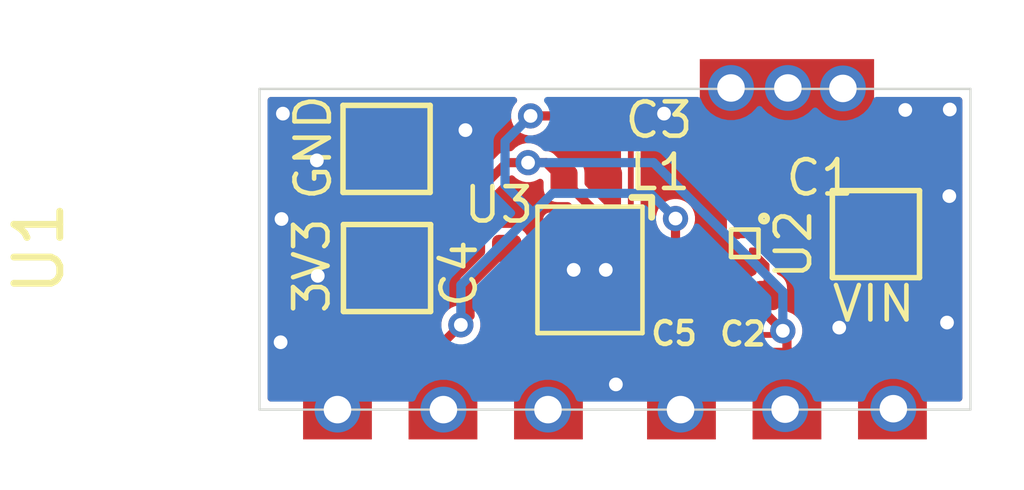
<source format=kicad_pcb>
(kicad_pcb (version 20171130) (host pcbnew "(5.1.10)-1")

  (general
    (thickness 0.6)
    (drawings 8)
    (tracks 82)
    (zones 0)
    (modules 13)
    (nets 9)
  )

  (page A4)
  (layers
    (0 F.Cu signal)
    (31 B.Cu signal)
    (32 B.Adhes user)
    (33 F.Adhes user)
    (34 B.Paste user)
    (35 F.Paste user)
    (36 B.SilkS user)
    (37 F.SilkS user)
    (38 B.Mask user)
    (39 F.Mask user)
    (40 Dwgs.User user)
    (41 Cmts.User user)
    (42 Eco1.User user)
    (43 Eco2.User user)
    (44 Edge.Cuts user)
    (45 Margin user)
    (46 B.CrtYd user)
    (47 F.CrtYd user)
    (48 B.Fab user hide)
    (49 F.Fab user hide)
  )

  (setup
    (last_trace_width 0.25)
    (user_trace_width 0.127)
    (user_trace_width 0.2)
    (trace_clearance 0.2)
    (zone_clearance 0.15)
    (zone_45_only no)
    (trace_min 0.127)
    (via_size 0.8)
    (via_drill 0.4)
    (via_min_size 0.4)
    (via_min_drill 0.3)
    (user_via 0.55 0.3)
    (uvia_size 0.3)
    (uvia_drill 0.1)
    (uvias_allowed no)
    (uvia_min_size 0.2)
    (uvia_min_drill 0.1)
    (edge_width 0.05)
    (segment_width 0.2)
    (pcb_text_width 0.3)
    (pcb_text_size 1.5 1.5)
    (mod_edge_width 0.12)
    (mod_text_size 1 1)
    (mod_text_width 0.15)
    (pad_size 2 2)
    (pad_drill 0)
    (pad_to_mask_clearance 0)
    (aux_axis_origin 0 0)
    (visible_elements 7FFFFFFF)
    (pcbplotparams
      (layerselection 0x010fc_ffffffff)
      (usegerberextensions false)
      (usegerberattributes true)
      (usegerberadvancedattributes true)
      (creategerberjobfile true)
      (excludeedgelayer true)
      (linewidth 0.100000)
      (plotframeref false)
      (viasonmask false)
      (mode 1)
      (useauxorigin false)
      (hpglpennumber 1)
      (hpglpenspeed 20)
      (hpglpendiameter 15.000000)
      (psnegative false)
      (psa4output false)
      (plotreference true)
      (plotvalue true)
      (plotinvisibletext false)
      (padsonsilk false)
      (subtractmaskfromsilk false)
      (outputformat 1)
      (mirror false)
      (drillshape 0)
      (scaleselection 1)
      (outputdirectory "K:/Users/Redherring32/Desktop/TinyTendo/Gerbers/ScreenReg"))
  )

  (net 0 "")
  (net 1 /GND)
  (net 2 /VIN)
  (net 3 /3V3)
  (net 4 "Net-(C4-Pad2)")
  (net 5 /1V8)
  (net 6 "Net-(L1-Pad1)")
  (net 7 "Net-(U1-Pad3)")
  (net 8 "Net-(U3-Pad3)")

  (net_class Default "This is the default net class."
    (clearance 0.2)
    (trace_width 0.25)
    (via_dia 0.8)
    (via_drill 0.4)
    (uvia_dia 0.3)
    (uvia_drill 0.1)
  )

  (net_class Small ""
    (clearance 0.127)
    (trace_width 0.127)
    (via_dia 0.55)
    (via_drill 0.3)
    (uvia_dia 0.3)
    (uvia_drill 0.1)
    (add_net /1V8)
    (add_net /3V3)
    (add_net /GND)
    (add_net /VIN)
    (add_net "Net-(C4-Pad2)")
    (add_net "Net-(L1-Pad1)")
    (add_net "Net-(U1-Pad3)")
    (add_net "Net-(U3-Pad3)")
  )

  (module Package_TO_SOT_SMD:SOT-223 (layer F.Cu) (tedit 621AEBC0) (tstamp 621AF0E6)
    (at 11.5 -3.5 90)
    (descr "module CMS SOT223 4 pins")
    (tags "CMS SOT")
    (path /621A9C0E)
    (attr smd)
    (fp_text reference U3 (at 0.97 -6.28 180) (layer F.SilkS)
      (effects (font (size 0.75 0.75) (thickness 0.1)))
    )
    (fp_text value LM1117-3.3 (at 0 4.5 90) (layer F.Fab)
      (effects (font (size 1 1) (thickness 0.15)))
    )
    (fp_line (start -4.4 -3.6) (end -4.4 3.6) (layer F.CrtYd) (width 0.05))
    (fp_line (start -4.4 3.6) (end 4.4 3.6) (layer F.CrtYd) (width 0.05))
    (fp_line (start 4.4 3.6) (end 4.4 -3.6) (layer F.CrtYd) (width 0.05))
    (fp_line (start 4.4 -3.6) (end -4.4 -3.6) (layer F.CrtYd) (width 0.05))
    (pad 1 smd rect (at -3.15 -2.3 90) (size 2 1.5) (layers F.Cu F.Paste F.Mask)
      (net 1 /GND))
    (pad 3 smd rect (at -3.15 2.3 90) (size 2 1.5) (layers F.Cu F.Paste F.Mask)
      (net 8 "Net-(U3-Pad3)"))
    (pad 2 smd rect (at -3.15 0 90) (size 2 1.5) (layers F.Cu F.Paste F.Mask)
      (net 3 /3V3))
    (pad 4 smd rect (at 3.15 0 90) (size 2 3.8) (layers F.Cu F.Paste F.Mask))
  )

  (module TestPoint:TestPoint_Pad_1.5x1.5mm (layer F.Cu) (tedit 5A0F774F) (tstamp 621B2181)
    (at 2.77 -5.69)
    (descr "SMD rectangular pad as test Point, square 1.5mm side length")
    (tags "test point SMD pad rectangle square")
    (path /621BF5E6)
    (attr virtual)
    (fp_text reference TP2 (at 0 -1.648) (layer F.Fab)
      (effects (font (size 1 1) (thickness 0.15)))
    )
    (fp_text value TestPoint (at 0 1.75) (layer F.Fab)
      (effects (font (size 1 1) (thickness 0.15)))
    )
    (fp_line (start 1.25 1.25) (end -1.25 1.25) (layer F.CrtYd) (width 0.05))
    (fp_line (start 1.25 1.25) (end 1.25 -1.25) (layer F.CrtYd) (width 0.05))
    (fp_line (start -1.25 -1.25) (end -1.25 1.25) (layer F.CrtYd) (width 0.05))
    (fp_line (start -1.25 -1.25) (end 1.25 -1.25) (layer F.CrtYd) (width 0.05))
    (fp_line (start -0.95 0.95) (end -0.95 -0.95) (layer F.SilkS) (width 0.12))
    (fp_line (start 0.95 0.95) (end -0.95 0.95) (layer F.SilkS) (width 0.12))
    (fp_line (start 0.95 -0.95) (end 0.95 0.95) (layer F.SilkS) (width 0.12))
    (fp_line (start -0.95 -0.95) (end 0.95 -0.95) (layer F.SilkS) (width 0.12))
    (fp_text user %R (at 0 -1.65) (layer F.Fab)
      (effects (font (size 1 1) (thickness 0.15)))
    )
    (pad 1 smd rect (at 0 0) (size 1.5 1.5) (layers F.Cu F.Mask)
      (net 1 /GND))
  )

  (module TestPoint:TestPoint_Pad_1.5x1.5mm (layer F.Cu) (tedit 5A0F774F) (tstamp 621B2173)
    (at 13.44 -3.83)
    (descr "SMD rectangular pad as test Point, square 1.5mm side length")
    (tags "test point SMD pad rectangle square")
    (path /621BE675)
    (attr virtual)
    (fp_text reference TP1 (at 0 -1.648) (layer B.CrtYd)
      (effects (font (size 1 1) (thickness 0.15)))
    )
    (fp_text value TestPoint (at 0 1.75) (layer F.Fab)
      (effects (font (size 1 1) (thickness 0.15)))
    )
    (fp_line (start 1.25 1.25) (end -1.25 1.25) (layer F.CrtYd) (width 0.05))
    (fp_line (start 1.25 1.25) (end 1.25 -1.25) (layer F.CrtYd) (width 0.05))
    (fp_line (start -1.25 -1.25) (end -1.25 1.25) (layer F.CrtYd) (width 0.05))
    (fp_line (start -1.25 -1.25) (end 1.25 -1.25) (layer F.CrtYd) (width 0.05))
    (fp_line (start -0.95 0.95) (end -0.95 -0.95) (layer F.SilkS) (width 0.12))
    (fp_line (start 0.95 0.95) (end -0.95 0.95) (layer F.SilkS) (width 0.12))
    (fp_line (start 0.95 -0.95) (end 0.95 0.95) (layer F.SilkS) (width 0.12))
    (fp_line (start -0.95 -0.95) (end 0.95 -0.95) (layer F.SilkS) (width 0.12))
    (fp_text user %R (at 0 -1.65) (layer F.Fab)
      (effects (font (size 1 1) (thickness 0.15)))
    )
    (pad 1 smd rect (at 0 0) (size 1.5 1.5) (layers F.Cu F.Mask)
      (net 2 /VIN))
  )

  (module TestPoint:TestPoint_Pad_1.5x1.5mm (layer F.Cu) (tedit 5A0F774F) (tstamp 621B1E35)
    (at 2.78 -3.09)
    (descr "SMD rectangular pad as test Point, square 1.5mm side length")
    (tags "test point SMD pad rectangle square")
    (path /621C082D)
    (attr virtual)
    (fp_text reference TP3 (at 0 -1.648) (layer F.Fab)
      (effects (font (size 1 1) (thickness 0.15)))
    )
    (fp_text value TestPoint (at 0 1.75) (layer F.Fab)
      (effects (font (size 1 1) (thickness 0.15)))
    )
    (fp_line (start 1.25 1.25) (end -1.25 1.25) (layer F.CrtYd) (width 0.05))
    (fp_line (start 1.25 1.25) (end 1.25 -1.25) (layer F.CrtYd) (width 0.05))
    (fp_line (start -1.25 -1.25) (end -1.25 1.25) (layer F.CrtYd) (width 0.05))
    (fp_line (start -1.25 -1.25) (end 1.25 -1.25) (layer F.CrtYd) (width 0.05))
    (fp_line (start -0.95 0.95) (end -0.95 -0.95) (layer F.SilkS) (width 0.12))
    (fp_line (start 0.95 0.95) (end -0.95 0.95) (layer F.SilkS) (width 0.12))
    (fp_line (start 0.95 -0.95) (end 0.95 0.95) (layer F.SilkS) (width 0.12))
    (fp_line (start -0.95 -0.95) (end 0.95 -0.95) (layer F.SilkS) (width 0.12))
    (fp_text user %R (at 0 -1.65) (layer F.Fab)
      (effects (font (size 1 1) (thickness 0.15)))
    )
    (pad 1 smd rect (at 0 0) (size 1.5 1.5) (layers F.Cu F.Mask)
      (net 3 /3V3))
  )

  (module Package_TO_SOT_SMD:SOT-223 (layer F.Cu) (tedit 621ADFF2) (tstamp 621AF0C4)
    (at 4 -3.5 90)
    (descr "module CMS SOT223 4 pins")
    (tags "CMS SOT")
    (path /621AA3F7)
    (attr smd)
    (fp_text reference U1 (at 0.02 -8.81 90) (layer F.SilkS)
      (effects (font (size 1 1) (thickness 0.15)))
    )
    (fp_text value LM1117-1.8 (at 0 4.5 90) (layer F.Fab)
      (effects (font (size 1 1) (thickness 0.15)))
    )
    (fp_line (start -4.4 -3.6) (end -4.4 3.6) (layer F.CrtYd) (width 0.05))
    (fp_line (start -4.4 3.6) (end 4.4 3.6) (layer F.CrtYd) (width 0.05))
    (fp_line (start 4.4 3.6) (end 4.4 -3.6) (layer F.CrtYd) (width 0.05))
    (fp_line (start 4.4 -3.6) (end -4.4 -3.6) (layer F.CrtYd) (width 0.05))
    (fp_text user %R (at 0 0 180) (layer F.Fab)
      (effects (font (size 0.8 0.8) (thickness 0.12)))
    )
    (pad 1 smd rect (at -3.15 -2.3 90) (size 2 1.5) (layers F.Cu F.Paste F.Mask)
      (net 1 /GND))
    (pad 3 smd rect (at -3.15 2.3 90) (size 2 1.5) (layers F.Cu F.Paste F.Mask)
      (net 7 "Net-(U1-Pad3)"))
    (pad 2 smd rect (at -3.15 0 90) (size 2 1.5) (layers F.Cu F.Paste F.Mask)
      (net 5 /1V8))
  )

  (module Capacitor_SMD:C_0402_1005Metric (layer F.Cu) (tedit 5B301BBE) (tstamp 621AFDBA)
    (at 5.39 -3.035 270)
    (descr "Capacitor SMD 0402 (1005 Metric), square (rectangular) end terminal, IPC_7351 nominal, (Body size source: http://www.tortai-tech.com/upload/download/2011102023233369053.pdf), generated with kicad-footprint-generator")
    (tags capacitor)
    (path /621B4B49)
    (attr smd)
    (fp_text reference C4 (at 0.065 1.04 90) (layer F.SilkS)
      (effects (font (size 0.75 0.75) (thickness 0.1)))
    )
    (fp_text value 560pF (at 0 1.17 90) (layer F.Fab)
      (effects (font (size 1 1) (thickness 0.15)))
    )
    (fp_line (start 0.93 0.47) (end -0.93 0.47) (layer F.CrtYd) (width 0.05))
    (fp_line (start 0.93 -0.47) (end 0.93 0.47) (layer F.CrtYd) (width 0.05))
    (fp_line (start -0.93 -0.47) (end 0.93 -0.47) (layer F.CrtYd) (width 0.05))
    (fp_line (start -0.93 0.47) (end -0.93 -0.47) (layer F.CrtYd) (width 0.05))
    (fp_line (start 0.5 0.25) (end -0.5 0.25) (layer F.Fab) (width 0.1))
    (fp_line (start 0.5 -0.25) (end 0.5 0.25) (layer F.Fab) (width 0.1))
    (fp_line (start -0.5 -0.25) (end 0.5 -0.25) (layer F.Fab) (width 0.1))
    (fp_line (start -0.5 0.25) (end -0.5 -0.25) (layer F.Fab) (width 0.1))
    (fp_text user %R (at 0 0 90) (layer F.Fab)
      (effects (font (size 0.25 0.25) (thickness 0.04)))
    )
    (pad 2 smd roundrect (at 0.485 0 270) (size 0.59 0.64) (layers F.Cu F.Paste F.Mask) (roundrect_rratio 0.25)
      (net 4 "Net-(C4-Pad2)"))
    (pad 1 smd roundrect (at -0.485 0 270) (size 0.59 0.64) (layers F.Cu F.Paste F.Mask) (roundrect_rratio 0.25)
      (net 5 /1V8))
    (model ${KISYS3DMOD}/Capacitor_SMD.3dshapes/C_0402_1005Metric.wrl
      (at (xyz 0 0 0))
      (scale (xyz 1 1 1))
      (rotate (xyz 0 0 0))
    )
  )

  (module Package_DFN_QFN:Micrel_MLF-8-1EP_2x2mm_P0.5mm_EP0.8x1.3mm_ThermalVias (layer F.Cu) (tedit 5A6B2D68) (tstamp 621AF939)
    (at 7.2 -3.05 270)
    (descr http://ww1.microchip.com/downloads/en/DeviceDoc/mic2290.pdf)
    (tags "mlf 8 2x2 mm")
    (path /621AD193)
    (attr smd)
    (fp_text reference U4 (at -0.61 -4.43 90) (layer F.Fab)
      (effects (font (size 0.75 0.75) (thickness 0.1)))
    )
    (fp_text value MIC23050-GYML (at 0 4.7 90) (layer F.Fab)
      (effects (font (size 1 1) (thickness 0.15)))
    )
    (fp_line (start 1.35 1.25) (end -1.35 1.25) (layer F.CrtYd) (width 0.05))
    (fp_line (start 1.35 1.25) (end 1.35 -1.25) (layer F.CrtYd) (width 0.05))
    (fp_line (start -1.35 -1.25) (end -1.35 1.25) (layer F.CrtYd) (width 0.05))
    (fp_line (start -1.35 -1.25) (end 1.35 -1.25) (layer F.CrtYd) (width 0.05))
    (fp_line (start -1 -0.38) (end -1 1) (layer F.Fab) (width 0.1))
    (fp_line (start 1 1) (end -1 1) (layer F.Fab) (width 0.1))
    (fp_line (start 1 1) (end 1 -1) (layer F.Fab) (width 0.1))
    (fp_line (start -0.39 -1) (end 1 -1) (layer F.Fab) (width 0.1))
    (fp_line (start -1 -0.39) (end -0.389919 -1.000081) (layer F.Fab) (width 0.1))
    (fp_line (start -1.15 -1.35) (end -1.58 -1.35) (layer F.SilkS) (width 0.15))
    (fp_line (start -1.58 -0.92) (end -1.58 -1.35) (layer F.SilkS) (width 0.15))
    (fp_line (start -1.38 -1.150021) (end -1.38 1.14) (layer F.SilkS) (width 0.1))
    (fp_line (start 1.38 1.14) (end -1.380018 1.14) (layer F.SilkS) (width 0.1))
    (fp_line (start 1.38 -1.15) (end 1.38 1.14) (layer F.SilkS) (width 0.1))
    (fp_line (start -1.38 -1.15) (end 1.38 -1.15) (layer F.SilkS) (width 0.1))
    (fp_text user %R (at 0 0 90) (layer F.Fab)
      (effects (font (size 0.5 0.5) (thickness 0.075)))
    )
    (pad 9 smd rect (at 0 0 270) (size 0.8 1.3) (layers B.Cu)
      (net 1 /GND))
    (pad "" smd rect (at 0 0.35 270) (size 0.55 0.55) (layers F.Paste))
    (pad "" smd rect (at 0 -0.35 270) (size 0.55 0.55) (layers F.Paste))
    (pad 9 thru_hole circle (at 0 0.35 270) (size 0.6 0.6) (drill 0.3) (layers *.Cu)
      (net 1 /GND))
    (pad 9 thru_hole circle (at 0 -0.35 270) (size 0.6 0.6) (drill 0.3) (layers *.Cu)
      (net 1 /GND))
    (pad 9 smd rect (at 0 0 270) (size 0.8 1.3) (layers F.Cu F.Mask)
      (net 1 /GND))
    (pad 8 smd rect (at 0.9 -0.75 270) (size 0.4 0.23) (layers F.Cu F.Paste F.Mask)
      (net 1 /GND))
    (pad 7 smd rect (at 0.9 -0.25 270) (size 0.4 0.23) (layers F.Cu F.Paste F.Mask)
      (net 3 /3V3))
    (pad 6 smd rect (at 0.9 0.25 270) (size 0.4 0.23) (layers F.Cu F.Paste F.Mask)
      (net 1 /GND))
    (pad 5 smd rect (at 0.9 0.75 270) (size 0.4 0.23) (layers F.Cu F.Paste F.Mask)
      (net 4 "Net-(C4-Pad2)"))
    (pad 4 smd rect (at -0.9 0.75 270) (size 0.4 0.23) (layers F.Cu F.Paste F.Mask)
      (net 5 /1V8))
    (pad 3 smd rect (at -0.9 0.25 270) (size 0.4 0.23) (layers F.Cu F.Paste F.Mask))
    (pad 2 smd rect (at -0.9 -0.25 270) (size 0.4 0.23) (layers F.Cu F.Paste F.Mask)
      (net 3 /3V3))
    (pad 1 smd rect (at -0.9 -0.75 270) (size 0.4 0.23) (layers F.Cu F.Paste F.Mask)
      (net 6 "Net-(L1-Pad1)"))
    (model ${KISYS3DMOD}/Package_DFN_QFN.3dshapes/Micrel_MLF-8-1EP_2x2mm_P0.5mm_EP0.8x1.3mm_ThermalVias.wrl
      (at (xyz 0 0 0))
      (scale (xyz 1 1 1))
      (rotate (xyz 0 0 0))
    )
  )

  (module Inductor_SMD:L_0402_1005Metric (layer F.Cu) (tedit 5B301BBE) (tstamp 621AF845)
    (at 7.145 -6.38 180)
    (descr "Inductor SMD 0402 (1005 Metric), square (rectangular) end terminal, IPC_7351 nominal, (Body size source: http://www.tortai-tech.com/upload/download/2011102023233369053.pdf), generated with kicad-footprint-generator")
    (tags inductor)
    (path /621B6B11)
    (attr smd)
    (fp_text reference L1 (at -1.585 -1.2) (layer F.SilkS)
      (effects (font (size 0.75 0.75) (thickness 0.1)))
    )
    (fp_text value 1uH (at 0 1.17) (layer F.Fab)
      (effects (font (size 1 1) (thickness 0.15)))
    )
    (fp_line (start 0.93 0.47) (end -0.93 0.47) (layer F.CrtYd) (width 0.05))
    (fp_line (start 0.93 -0.47) (end 0.93 0.47) (layer F.CrtYd) (width 0.05))
    (fp_line (start -0.93 -0.47) (end 0.93 -0.47) (layer F.CrtYd) (width 0.05))
    (fp_line (start -0.93 0.47) (end -0.93 -0.47) (layer F.CrtYd) (width 0.05))
    (fp_line (start 0.5 0.25) (end -0.5 0.25) (layer F.Fab) (width 0.1))
    (fp_line (start 0.5 -0.25) (end 0.5 0.25) (layer F.Fab) (width 0.1))
    (fp_line (start -0.5 -0.25) (end 0.5 -0.25) (layer F.Fab) (width 0.1))
    (fp_line (start -0.5 0.25) (end -0.5 -0.25) (layer F.Fab) (width 0.1))
    (fp_text user %R (at 0 0) (layer F.Fab)
      (effects (font (size 0.25 0.25) (thickness 0.04)))
    )
    (pad 2 smd roundrect (at 0.485 0 180) (size 0.59 0.64) (layers F.Cu F.Paste F.Mask) (roundrect_rratio 0.25)
      (net 5 /1V8))
    (pad 1 smd roundrect (at -0.485 0 180) (size 0.59 0.64) (layers F.Cu F.Paste F.Mask) (roundrect_rratio 0.25)
      (net 6 "Net-(L1-Pad1)"))
    (model ${KISYS3DMOD}/Inductor_SMD.3dshapes/L_0402_1005Metric.wrl
      (at (xyz 0 0 0))
      (scale (xyz 1 1 1))
      (rotate (xyz 0 0 0))
    )
  )

  (module Capacitor_SMD:C_0402_1005Metric (layer F.Cu) (tedit 5B301BBE) (tstamp 621AF836)
    (at 9.07 -2.935 270)
    (descr "Capacitor SMD 0402 (1005 Metric), square (rectangular) end terminal, IPC_7351 nominal, (Body size source: http://www.tortai-tech.com/upload/download/2011102023233369053.pdf), generated with kicad-footprint-generator")
    (tags capacitor)
    (path /621B406E)
    (attr smd)
    (fp_text reference C5 (at 1.275 0.03 180) (layer F.SilkS)
      (effects (font (size 0.5 0.5) (thickness 0.1)))
    )
    (fp_text value 4.7uF (at 0 1.17 90) (layer F.Fab)
      (effects (font (size 1 1) (thickness 0.15)))
    )
    (fp_line (start 0.93 0.47) (end -0.93 0.47) (layer F.CrtYd) (width 0.05))
    (fp_line (start 0.93 -0.47) (end 0.93 0.47) (layer F.CrtYd) (width 0.05))
    (fp_line (start -0.93 -0.47) (end 0.93 -0.47) (layer F.CrtYd) (width 0.05))
    (fp_line (start -0.93 0.47) (end -0.93 -0.47) (layer F.CrtYd) (width 0.05))
    (fp_line (start 0.5 0.25) (end -0.5 0.25) (layer F.Fab) (width 0.1))
    (fp_line (start 0.5 -0.25) (end 0.5 0.25) (layer F.Fab) (width 0.1))
    (fp_line (start -0.5 -0.25) (end 0.5 -0.25) (layer F.Fab) (width 0.1))
    (fp_line (start -0.5 0.25) (end -0.5 -0.25) (layer F.Fab) (width 0.1))
    (fp_text user %R (at 0 0 90) (layer F.Fab)
      (effects (font (size 0.25 0.25) (thickness 0.04)))
    )
    (pad 2 smd roundrect (at 0.485 0 270) (size 0.59 0.64) (layers F.Cu F.Paste F.Mask) (roundrect_rratio 0.25)
      (net 1 /GND))
    (pad 1 smd roundrect (at -0.485 0 270) (size 0.59 0.64) (layers F.Cu F.Paste F.Mask) (roundrect_rratio 0.25)
      (net 5 /1V8))
    (model ${KISYS3DMOD}/Capacitor_SMD.3dshapes/C_0402_1005Metric.wrl
      (at (xyz 0 0 0))
      (scale (xyz 1 1 1))
      (rotate (xyz 0 0 0))
    )
  )

  (module Capacitor_SMD:C_0402_1005Metric (layer F.Cu) (tedit 5B301BBE) (tstamp 621AF807)
    (at 7.125 -5)
    (descr "Capacitor SMD 0402 (1005 Metric), square (rectangular) end terminal, IPC_7351 nominal, (Body size source: http://www.tortai-tech.com/upload/download/2011102023233369053.pdf), generated with kicad-footprint-generator")
    (tags capacitor)
    (path /621B2BD3)
    (attr smd)
    (fp_text reference C3 (at 1.585 -1.32) (layer F.SilkS)
      (effects (font (size 0.75 0.75) (thickness 0.1)))
    )
    (fp_text value 4.7uF (at 0 1.17) (layer F.Fab)
      (effects (font (size 1 1) (thickness 0.15)))
    )
    (fp_line (start 0.93 0.47) (end -0.93 0.47) (layer F.CrtYd) (width 0.05))
    (fp_line (start 0.93 -0.47) (end 0.93 0.47) (layer F.CrtYd) (width 0.05))
    (fp_line (start -0.93 -0.47) (end 0.93 -0.47) (layer F.CrtYd) (width 0.05))
    (fp_line (start -0.93 0.47) (end -0.93 -0.47) (layer F.CrtYd) (width 0.05))
    (fp_line (start 0.5 0.25) (end -0.5 0.25) (layer F.Fab) (width 0.1))
    (fp_line (start 0.5 -0.25) (end 0.5 0.25) (layer F.Fab) (width 0.1))
    (fp_line (start -0.5 -0.25) (end 0.5 -0.25) (layer F.Fab) (width 0.1))
    (fp_line (start -0.5 0.25) (end -0.5 -0.25) (layer F.Fab) (width 0.1))
    (fp_text user %R (at 0 0) (layer F.Fab)
      (effects (font (size 0.25 0.25) (thickness 0.04)))
    )
    (pad 2 smd roundrect (at 0.485 0) (size 0.59 0.64) (layers F.Cu F.Paste F.Mask) (roundrect_rratio 0.25)
      (net 1 /GND))
    (pad 1 smd roundrect (at -0.485 0) (size 0.59 0.64) (layers F.Cu F.Paste F.Mask) (roundrect_rratio 0.25)
      (net 3 /3V3))
    (model ${KISYS3DMOD}/Capacitor_SMD.3dshapes/C_0402_1005Metric.wrl
      (at (xyz 0 0 0))
      (scale (xyz 1 1 1))
      (rotate (xyz 0 0 0))
    )
  )

  (module Capacitor_SMD:C_0402_1005Metric (layer F.Cu) (tedit 5B301BBE) (tstamp 621AF7F8)
    (at 10.57 -2.49 180)
    (descr "Capacitor SMD 0402 (1005 Metric), square (rectangular) end terminal, IPC_7351 nominal, (Body size source: http://www.tortai-tech.com/upload/download/2011102023233369053.pdf), generated with kicad-footprint-generator")
    (tags capacitor)
    (path /621B0D60)
    (attr smd)
    (fp_text reference C2 (at 0.03 -0.84) (layer F.SilkS)
      (effects (font (size 0.5 0.5) (thickness 0.1)))
    )
    (fp_text value 1uF (at 0 1.17) (layer F.Fab)
      (effects (font (size 1 1) (thickness 0.15)))
    )
    (fp_line (start 0.93 0.47) (end -0.93 0.47) (layer F.CrtYd) (width 0.05))
    (fp_line (start 0.93 -0.47) (end 0.93 0.47) (layer F.CrtYd) (width 0.05))
    (fp_line (start -0.93 -0.47) (end 0.93 -0.47) (layer F.CrtYd) (width 0.05))
    (fp_line (start -0.93 0.47) (end -0.93 -0.47) (layer F.CrtYd) (width 0.05))
    (fp_line (start 0.5 0.25) (end -0.5 0.25) (layer F.Fab) (width 0.1))
    (fp_line (start 0.5 -0.25) (end 0.5 0.25) (layer F.Fab) (width 0.1))
    (fp_line (start -0.5 -0.25) (end 0.5 -0.25) (layer F.Fab) (width 0.1))
    (fp_line (start -0.5 0.25) (end -0.5 -0.25) (layer F.Fab) (width 0.1))
    (fp_text user %R (at 0 0) (layer F.Fab)
      (effects (font (size 0.25 0.25) (thickness 0.04)))
    )
    (pad 2 smd roundrect (at 0.485 0 180) (size 0.59 0.64) (layers F.Cu F.Paste F.Mask) (roundrect_rratio 0.25)
      (net 1 /GND))
    (pad 1 smd roundrect (at -0.485 0 180) (size 0.59 0.64) (layers F.Cu F.Paste F.Mask) (roundrect_rratio 0.25)
      (net 3 /3V3))
    (model ${KISYS3DMOD}/Capacitor_SMD.3dshapes/C_0402_1005Metric.wrl
      (at (xyz 0 0 0))
      (scale (xyz 1 1 1))
      (rotate (xyz 0 0 0))
    )
  )

  (module Capacitor_SMD:C_0402_1005Metric (layer F.Cu) (tedit 5B301BBE) (tstamp 621AF7E9)
    (at 10.62 -5.04)
    (descr "Capacitor SMD 0402 (1005 Metric), square (rectangular) end terminal, IPC_7351 nominal, (Body size source: http://www.tortai-tech.com/upload/download/2011102023233369053.pdf), generated with kicad-footprint-generator")
    (tags capacitor)
    (path /621AFA7D)
    (attr smd)
    (fp_text reference C1 (at 1.6 -0.02) (layer F.SilkS)
      (effects (font (size 0.75 0.75) (thickness 0.1)))
    )
    (fp_text value 1uF (at 0 1.17) (layer F.Fab)
      (effects (font (size 1 1) (thickness 0.15)))
    )
    (fp_line (start 0.93 0.47) (end -0.93 0.47) (layer F.CrtYd) (width 0.05))
    (fp_line (start 0.93 -0.47) (end 0.93 0.47) (layer F.CrtYd) (width 0.05))
    (fp_line (start -0.93 -0.47) (end 0.93 -0.47) (layer F.CrtYd) (width 0.05))
    (fp_line (start -0.93 0.47) (end -0.93 -0.47) (layer F.CrtYd) (width 0.05))
    (fp_line (start 0.5 0.25) (end -0.5 0.25) (layer F.Fab) (width 0.1))
    (fp_line (start 0.5 -0.25) (end 0.5 0.25) (layer F.Fab) (width 0.1))
    (fp_line (start -0.5 -0.25) (end 0.5 -0.25) (layer F.Fab) (width 0.1))
    (fp_line (start -0.5 0.25) (end -0.5 -0.25) (layer F.Fab) (width 0.1))
    (fp_text user %R (at 0 0) (layer F.Fab)
      (effects (font (size 0.25 0.25) (thickness 0.04)))
    )
    (pad 2 smd roundrect (at 0.485 0) (size 0.59 0.64) (layers F.Cu F.Paste F.Mask) (roundrect_rratio 0.25)
      (net 1 /GND))
    (pad 1 smd roundrect (at -0.485 0) (size 0.59 0.64) (layers F.Cu F.Paste F.Mask) (roundrect_rratio 0.25)
      (net 2 /VIN))
    (model ${KISYS3DMOD}/Capacitor_SMD.3dshapes/C_0402_1005Metric.wrl
      (at (xyz 0 0 0))
      (scale (xyz 1 1 1))
      (rotate (xyz 0 0 0))
    )
  )

  (module ScreenReg:TPS7A21 (layer F.Cu) (tedit 621A9F1A) (tstamp 621AF0D0)
    (at 10.58 -3.63 270)
    (path /621AB3D1)
    (fp_text reference U2 (at 0.02 -1.06 90) (layer F.SilkS)
      (effects (font (size 0.75 0.75) (thickness 0.1)))
    )
    (fp_text value TPS7A21 (at 0 -0.5 90) (layer F.Fab)
      (effects (font (size 1 1) (thickness 0.15)))
    )
    (fp_line (start 0.3 0.3) (end -0.3 0.3) (layer F.SilkS) (width 0.1))
    (fp_line (start 0.3 -0.3) (end 0.3 0.3) (layer F.SilkS) (width 0.1))
    (fp_line (start -0.3 -0.3) (end 0.3 -0.3) (layer F.SilkS) (width 0.1))
    (fp_line (start -0.3 0.3) (end -0.3 -0.3) (layer F.SilkS) (width 0.1))
    (pad A1 smd roundrect (at -0.175 -0.175 270) (size 0.165 0.165) (layers F.Cu F.Paste F.Mask) (roundrect_rratio 0.25)
      (net 2 /VIN))
    (pad A2 smd roundrect (at 0.175 -0.175 270) (size 0.165 0.165) (layers F.Cu F.Paste F.Mask) (roundrect_rratio 0.25)
      (net 3 /3V3))
    (pad B1 smd roundrect (at -0.175 0.175 270) (size 0.165 0.165) (layers F.Cu F.Paste F.Mask) (roundrect_rratio 0.25)
      (net 2 /VIN))
    (pad B2 smd roundrect (at 0.175 0.175 270) (size 0.165 0.165) (layers F.Cu F.Paste F.Mask) (roundrect_rratio 0.25)
      (net 1 /GND))
  )

  (gr_circle (center 11 -4.17) (end 11.05 -4.12) (layer F.SilkS) (width 0.12))
  (gr_text VIN (at 13.39 -2.31) (layer F.SilkS)
    (effects (font (size 0.75 0.75) (thickness 0.1)))
  )
  (gr_text "3V3\n" (at 1.14 -3.14 90) (layer F.SilkS)
    (effects (font (size 0.75 0.75) (thickness 0.1)))
  )
  (gr_text "GND\n" (at 1.17 -5.72 90) (layer F.SilkS)
    (effects (font (size 0.75 0.75) (thickness 0.1)))
  )
  (gr_line (start 15.5 0) (end 0 0) (layer Edge.Cuts) (width 0.05) (tstamp 621AFB32))
  (gr_line (start 15.5 -7) (end 15.5 0) (layer Edge.Cuts) (width 0.05))
  (gr_line (start 0 -7) (end 15.5 -7) (layer Edge.Cuts) (width 0.05))
  (gr_line (start 0 0) (end 0 -7) (layer Edge.Cuts) (width 0.05))

  (via (at 12.72 -7.01) (size 1) (drill 0.6) (layers F.Cu B.Cu) (net 0) (tstamp 621B2BCC))
  (via (at 11.52 -7.02) (size 1) (drill 0.6) (layers F.Cu B.Cu) (net 0) (tstamp 621B2BCF))
  (via (at 10.28 -7.02) (size 1) (drill 0.6) (layers F.Cu B.Cu) (net 0) (tstamp 621B2BD1))
  (via (at 1.7 0) (size 1) (drill 0.6) (layers F.Cu B.Cu) (net 1))
  (via (at 9.18 0) (size 1) (drill 0.6) (layers F.Cu B.Cu) (net 1))
  (via (at 7.77 -0.55) (size 0.55) (drill 0.3) (layers F.Cu B.Cu) (net 1))
  (segment (start 6.95 -2.95) (end 6.85 -3.05) (width 0.127) (layer F.Cu) (net 1))
  (segment (start 6.95 -2.15) (end 6.95 -2.95) (width 0.127) (layer F.Cu) (net 1))
  (segment (start 7.95 -2.3) (end 7.2 -3.05) (width 0.127) (layer F.Cu) (net 1))
  (segment (start 7.95 -2.15) (end 7.95 -2.3) (width 0.127) (layer F.Cu) (net 1))
  (via (at 15.05 -6.55) (size 0.55) (drill 0.3) (layers F.Cu B.Cu) (net 1))
  (via (at 14.08 -6.54) (size 0.55) (drill 0.3) (layers F.Cu B.Cu) (net 1))
  (via (at 15.04 -4.66) (size 0.55) (drill 0.3) (layers F.Cu B.Cu) (net 1))
  (via (at 14.99 -1.9) (size 0.55) (drill 0.3) (layers F.Cu B.Cu) (net 1))
  (via (at 12.64 -1.79) (size 0.55) (drill 0.3) (layers F.Cu B.Cu) (net 1))
  (via (at 0.51 -6.46) (size 0.55) (drill 0.3) (layers F.Cu B.Cu) (net 1))
  (via (at 0.48 -4.16) (size 0.55) (drill 0.3) (layers F.Cu B.Cu) (net 1))
  (via (at 0.46 -1.47) (size 0.55) (drill 0.3) (layers F.Cu B.Cu) (net 1))
  (via (at 1.27 -2.92) (size 0.55) (drill 0.3) (layers F.Cu B.Cu) (net 1))
  (via (at 1.25 -5.44) (size 0.55) (drill 0.3) (layers F.Cu B.Cu) (net 1))
  (via (at 4.49 -6.1) (size 0.55) (drill 0.3) (layers F.Cu B.Cu) (net 1))
  (via (at 8.82 -6.46) (size 0.55) (drill 0.3) (layers F.Cu B.Cu) (net 1))
  (segment (start 10.085 -3.135) (end 10.405 -3.455) (width 0.127) (layer F.Cu) (net 1))
  (segment (start 10.085 -2.49) (end 10.085 -3.135) (width 0.127) (layer F.Cu) (net 1))
  (segment (start 10.755 -3.805) (end 10.405 -3.805) (width 0.127) (layer F.Cu) (net 2))
  (segment (start 10.405 -4.77) (end 10.135 -5.04) (width 0.127) (layer F.Cu) (net 2))
  (segment (start 10.405 -3.805) (end 10.405 -4.77) (width 0.127) (layer F.Cu) (net 2))
  (segment (start 13.415 -3.805) (end 13.44 -3.83) (width 0.127) (layer F.Cu) (net 2))
  (segment (start 10.755 -3.805) (end 13.415 -3.805) (width 0.127) (layer F.Cu) (net 2))
  (via (at 11.46 -0.01) (size 1) (drill 0.6) (layers F.Cu B.Cu) (net 3))
  (segment (start 11.055 -2.49) (end 11.055 -2.075) (width 0.2) (layer F.Cu) (net 3))
  (segment (start 11.5 -1.63) (end 11.5 -0.35) (width 0.2) (layer F.Cu) (net 3))
  (segment (start 7.45 -4.19) (end 7.45 -3.95) (width 0.2) (layer F.Cu) (net 3))
  (segment (start 6.64 -5) (end 7.45 -4.19) (width 0.2) (layer F.Cu) (net 3))
  (segment (start 7.812098 -1.63) (end 11.5 -1.63) (width 0.127) (layer F.Cu) (net 3))
  (segment (start 7.45 -1.992098) (end 7.812098 -1.63) (width 0.127) (layer F.Cu) (net 3))
  (segment (start 7.45 -2.15) (end 7.45 -1.992098) (width 0.127) (layer F.Cu) (net 3))
  (via (at 5.8555 -5.39) (size 0.55) (drill 0.3) (layers F.Cu B.Cu) (net 3))
  (via (at 11.41 -1.72) (size 0.55) (drill 0.3) (layers F.Cu B.Cu) (net 3))
  (segment (start 11.41 -1.72) (end 11.5 -1.63) (width 0.2) (layer F.Cu) (net 3))
  (segment (start 11.055 -2.075) (end 11.41 -1.72) (width 0.2) (layer F.Cu) (net 3))
  (segment (start 2.78 -3.09) (end 3.09 -3.09) (width 0.2) (layer F.Cu) (net 3))
  (segment (start 5.39 -5.39) (end 5.8555 -5.39) (width 0.2) (layer F.Cu) (net 3))
  (segment (start 3.09 -3.09) (end 5.39 -5.39) (width 0.2) (layer F.Cu) (net 3))
  (segment (start 6.25 -5.39) (end 6.64 -5) (width 0.2) (layer F.Cu) (net 3))
  (segment (start 5.8555 -5.39) (end 6.25 -5.39) (width 0.2) (layer F.Cu) (net 3))
  (segment (start 11.41 -2.572962) (end 11.41 -1.72) (width 0.2) (layer B.Cu) (net 3))
  (segment (start 8.592962 -5.39) (end 11.41 -2.572962) (width 0.2) (layer B.Cu) (net 3))
  (segment (start 5.8555 -5.39) (end 8.592962 -5.39) (width 0.2) (layer B.Cu) (net 3))
  (segment (start 11.055 -3.155) (end 10.755 -3.455) (width 0.127) (layer F.Cu) (net 3))
  (segment (start 11.055 -2.49) (end 11.055 -3.155) (width 0.127) (layer F.Cu) (net 3))
  (segment (start 6.05 -2.55) (end 6.45 -2.15) (width 0.2) (layer F.Cu) (net 4))
  (segment (start 5.39 -2.55) (end 6.05 -2.55) (width 0.2) (layer F.Cu) (net 4))
  (via (at 4.01 0) (size 1) (drill 0.6) (layers F.Cu B.Cu) (net 5))
  (via (at 9.07 -4.17) (size 0.55) (drill 0.3) (layers F.Cu B.Cu) (net 5))
  (segment (start 6.02 -3.52) (end 6.45 -3.95) (width 0.2) (layer F.Cu) (net 5))
  (segment (start 5.39 -3.52) (end 6.02 -3.52) (width 0.2) (layer F.Cu) (net 5))
  (segment (start 5.39 -3.52) (end 4.590001 -2.720001) (width 0.2) (layer F.Cu) (net 5))
  (segment (start 4 -1.459998) (end 4.390001 -1.849999) (width 0.2) (layer F.Cu) (net 5))
  (segment (start 4 -0.35) (end 4 -1.459998) (width 0.2) (layer F.Cu) (net 5))
  (segment (start 4.590001 -2.720001) (end 4.590001 -2.049999) (width 0.2) (layer F.Cu) (net 5))
  (segment (start 9.07 -3.42) (end 9.07 -4.17) (width 0.2) (layer F.Cu) (net 5))
  (segment (start 4.390001 -1.849999) (end 4.590001 -2.049999) (width 0.2) (layer F.Cu) (net 5) (tstamp 621B0974))
  (via (at 4.390001 -1.849999) (size 0.55) (drill 0.3) (layers F.Cu B.Cu) (net 5))
  (segment (start 8.52 -4.72) (end 9.07 -4.17) (width 0.2) (layer B.Cu) (net 5))
  (segment (start 6.39 -4.72) (end 8.52 -4.72) (width 0.2) (layer B.Cu) (net 5))
  (segment (start 4.390001 -1.849999) (end 4.390001 -2.720001) (width 0.2) (layer B.Cu) (net 5))
  (via (at 5.91 -6.41) (size 0.55) (drill 0.3) (layers F.Cu B.Cu) (net 5))
  (segment (start 5.975 -4.305) (end 6.39 -4.72) (width 0.2) (layer B.Cu) (net 5))
  (segment (start 4.390001 -2.720001) (end 5.975 -4.305) (width 0.2) (layer B.Cu) (net 5))
  (segment (start 5.945 -4.305) (end 5.975 -4.305) (width 0.127) (layer B.Cu) (net 5))
  (segment (start 6.63 -6.41) (end 6.66 -6.38) (width 0.2) (layer F.Cu) (net 5))
  (segment (start 5.91 -6.41) (end 6.63 -6.41) (width 0.2) (layer F.Cu) (net 5))
  (segment (start 5.353499 -4.896501) (end 5.915 -4.335) (width 0.2) (layer B.Cu) (net 5))
  (segment (start 5.91 -6.41) (end 5.353499 -5.853499) (width 0.2) (layer B.Cu) (net 5))
  (segment (start 5.353499 -5.853499) (end 5.353499 -4.896501) (width 0.2) (layer B.Cu) (net 5))
  (segment (start 5.915 -4.335) (end 5.945 -4.305) (width 0.127) (layer B.Cu) (net 5))
  (segment (start 8.09551 -4.09551) (end 8.09551 -5.91449) (width 0.127) (layer F.Cu) (net 6))
  (segment (start 8.09551 -5.91449) (end 7.63 -6.38) (width 0.127) (layer F.Cu) (net 6))
  (segment (start 7.95 -3.95) (end 8.09551 -4.09551) (width 0.127) (layer F.Cu) (net 6))
  (via (at 6.29 0) (size 1) (drill 0.6) (layers F.Cu B.Cu) (net 7))
  (via (at 13.82 -0.02) (size 1) (drill 0.6) (layers F.Cu B.Cu) (net 8))

  (zone (net 1) (net_name /GND) (layer F.Cu) (tstamp 622298AA) (hatch edge 0.508)
    (connect_pads yes (clearance 0.15))
    (min_thickness 0.15)
    (fill yes (arc_segments 32) (thermal_gap 0.15) (thermal_bridge_width 0.16))
    (polygon
      (pts
        (xy 16.67 1.75) (xy -1.72 1.75) (xy -1.72 -8.94) (xy 16.67 -8.94)
      )
    )
    (filled_polygon
      (pts
        (xy 9.32367 -5.65) (xy 9.32898 -5.596091) (xy 9.344704 -5.544253) (xy 9.37024 -5.496479) (xy 9.404605 -5.454605)
        (xy 9.446479 -5.42024) (xy 9.494253 -5.394704) (xy 9.546091 -5.37898) (xy 9.6 -5.37367) (xy 9.65208 -5.37367)
        (xy 9.64235 -5.355466) (xy 9.62109 -5.285383) (xy 9.613912 -5.2125) (xy 9.613912 -4.8675) (xy 9.62109 -4.794617)
        (xy 9.64235 -4.724534) (xy 9.676873 -4.659946) (xy 9.723333 -4.603333) (xy 9.779946 -4.556873) (xy 9.844534 -4.52235)
        (xy 9.914617 -4.50109) (xy 9.9875 -4.493912) (xy 10.116501 -4.493912) (xy 10.1165 -3.947693) (xy 10.101549 -3.898405)
        (xy 10.096412 -3.84625) (xy 10.096412 -3.76375) (xy 10.101549 -3.711595) (xy 10.116762 -3.661444) (xy 10.141467 -3.615225)
        (xy 10.174713 -3.574713) (xy 10.215225 -3.541467) (xy 10.261444 -3.516762) (xy 10.311595 -3.501549) (xy 10.36375 -3.496412)
        (xy 10.44625 -3.496412) (xy 10.44643 -3.49643) (xy 10.446412 -3.49625) (xy 10.446412 -3.41375) (xy 10.451549 -3.361595)
        (xy 10.466762 -3.311444) (xy 10.491467 -3.265225) (xy 10.524713 -3.224713) (xy 10.565225 -3.191467) (xy 10.611444 -3.166762)
        (xy 10.6456 -3.156401) (xy 10.766501 -3.035499) (xy 10.766501 -3.008247) (xy 10.764534 -3.00765) (xy 10.699946 -2.973127)
        (xy 10.643333 -2.926667) (xy 10.596873 -2.870054) (xy 10.56235 -2.805466) (xy 10.54109 -2.735383) (xy 10.533912 -2.6625)
        (xy 10.533912 -2.3175) (xy 10.54109 -2.244617) (xy 10.56235 -2.174534) (xy 10.596873 -2.109946) (xy 10.643333 -2.053333)
        (xy 10.699946 -2.006873) (xy 10.743028 -1.983845) (xy 10.753287 -1.950027) (xy 10.756556 -1.943912) (xy 10.770139 -1.9185)
        (xy 7.931598 -1.9185) (xy 7.791088 -2.059009) (xy 7.791088 -2.35) (xy 7.786744 -2.394108) (xy 7.773878 -2.43652)
        (xy 7.752985 -2.475608) (xy 7.724868 -2.509868) (xy 7.690608 -2.537985) (xy 7.65152 -2.558878) (xy 7.609108 -2.571744)
        (xy 7.565 -2.576088) (xy 7.335 -2.576088) (xy 7.290892 -2.571744) (xy 7.24848 -2.558878) (xy 7.209392 -2.537985)
        (xy 7.175132 -2.509868) (xy 7.147015 -2.475608) (xy 7.126122 -2.43652) (xy 7.113256 -2.394108) (xy 7.108912 -2.35)
        (xy 7.108912 -1.95) (xy 7.113256 -1.905892) (xy 7.126122 -1.86348) (xy 7.147015 -1.824392) (xy 7.175132 -1.790132)
        (xy 7.209392 -1.762015) (xy 7.24848 -1.741122) (xy 7.290892 -1.728256) (xy 7.307476 -1.726623) (xy 7.598077 -1.436021)
        (xy 7.607111 -1.425013) (xy 7.651041 -1.388961) (xy 7.70116 -1.362172) (xy 7.755542 -1.345675) (xy 7.797934 -1.3415)
        (xy 7.797936 -1.3415) (xy 7.812098 -1.340105) (xy 7.82626 -1.3415) (xy 10.523912 -1.3415) (xy 10.523912 -0.25)
        (xy 7.276088 -0.25) (xy 7.276088 -1.35) (xy 7.271744 -1.394108) (xy 7.258878 -1.43652) (xy 7.237985 -1.475608)
        (xy 7.209868 -1.509868) (xy 7.175608 -1.537985) (xy 7.13652 -1.558878) (xy 7.094108 -1.571744) (xy 7.05 -1.576088)
        (xy 5.55 -1.576088) (xy 5.505892 -1.571744) (xy 5.46348 -1.558878) (xy 5.424392 -1.537985) (xy 5.390132 -1.509868)
        (xy 5.362015 -1.475608) (xy 5.341122 -1.43652) (xy 5.328256 -1.394108) (xy 5.323912 -1.35) (xy 5.323912 -0.25)
        (xy 4.976088 -0.25) (xy 4.976088 -1.35) (xy 4.971744 -1.394108) (xy 4.958878 -1.43652) (xy 4.937985 -1.475608)
        (xy 4.909868 -1.509868) (xy 4.875608 -1.537985) (xy 4.83652 -1.558878) (xy 4.803515 -1.56889) (xy 4.833095 -1.61316)
        (xy 4.870786 -1.704154) (xy 4.890001 -1.800753) (xy 4.890001 -1.899245) (xy 4.886728 -1.915697) (xy 4.891714 -1.925025)
        (xy 4.910298 -1.986288) (xy 4.915001 -2.034038) (xy 4.915001 -2.034046) (xy 4.916572 -2.049999) (xy 4.915001 -2.065952)
        (xy 4.915001 -2.185042) (xy 4.953333 -2.138333) (xy 5.009946 -2.091873) (xy 5.074534 -2.05735) (xy 5.144617 -2.03609)
        (xy 5.2175 -2.028912) (xy 5.5625 -2.028912) (xy 5.635383 -2.03609) (xy 5.705466 -2.05735) (xy 5.770054 -2.091873)
        (xy 5.826667 -2.138333) (xy 5.873127 -2.194946) (xy 5.889191 -2.225) (xy 5.915382 -2.225) (xy 6.108912 -2.031469)
        (xy 6.108912 -1.95) (xy 6.113256 -1.905892) (xy 6.126122 -1.86348) (xy 6.147015 -1.824392) (xy 6.175132 -1.790132)
        (xy 6.209392 -1.762015) (xy 6.24848 -1.741122) (xy 6.290892 -1.728256) (xy 6.335 -1.723912) (xy 6.565 -1.723912)
        (xy 6.609108 -1.728256) (xy 6.65152 -1.741122) (xy 6.690608 -1.762015) (xy 6.724868 -1.790132) (xy 6.752985 -1.824392)
        (xy 6.773878 -1.86348) (xy 6.786744 -1.905892) (xy 6.791088 -1.95) (xy 6.791088 -2.35) (xy 6.786744 -2.394108)
        (xy 6.773878 -2.43652) (xy 6.752985 -2.475608) (xy 6.724868 -2.509868) (xy 6.690608 -2.537985) (xy 6.65152 -2.558878)
        (xy 6.609108 -2.571744) (xy 6.565 -2.576088) (xy 6.483531 -2.576088) (xy 6.291101 -2.768517) (xy 6.280921 -2.780921)
        (xy 6.231434 -2.821535) (xy 6.174974 -2.851713) (xy 6.113711 -2.870297) (xy 6.065961 -2.875) (xy 6.065953 -2.875)
        (xy 6.05 -2.876571) (xy 6.034047 -2.875) (xy 5.889191 -2.875) (xy 5.873127 -2.905054) (xy 5.826667 -2.961667)
        (xy 5.770054 -3.008127) (xy 5.719778 -3.035) (xy 5.770054 -3.061873) (xy 5.826667 -3.108333) (xy 5.873127 -3.164946)
        (xy 5.889191 -3.195) (xy 6.004047 -3.195) (xy 6.02 -3.193429) (xy 6.035953 -3.195) (xy 6.035961 -3.195)
        (xy 6.083711 -3.199703) (xy 6.144974 -3.218287) (xy 6.201434 -3.248465) (xy 6.250921 -3.289079) (xy 6.261101 -3.301483)
        (xy 6.483531 -3.523912) (xy 6.565 -3.523912) (xy 6.609108 -3.528256) (xy 6.65152 -3.541122) (xy 6.654254 -3.542583)
        (xy 6.681479 -3.52024) (xy 6.729253 -3.494704) (xy 6.781091 -3.47898) (xy 6.835 -3.47367) (xy 7.065 -3.47367)
        (xy 7.118909 -3.47898) (xy 7.170747 -3.494704) (xy 7.218521 -3.52024) (xy 7.245746 -3.542583) (xy 7.24848 -3.541122)
        (xy 7.290892 -3.528256) (xy 7.335 -3.523912) (xy 7.565 -3.523912) (xy 7.609108 -3.528256) (xy 7.65152 -3.541122)
        (xy 7.690608 -3.562015) (xy 7.7 -3.569723) (xy 7.709392 -3.562015) (xy 7.74848 -3.541122) (xy 7.790892 -3.528256)
        (xy 7.835 -3.523912) (xy 8.065 -3.523912) (xy 8.109108 -3.528256) (xy 8.15152 -3.541122) (xy 8.190608 -3.562015)
        (xy 8.197291 -3.5675) (xy 8.523912 -3.5675) (xy 8.523912 -3.2725) (xy 8.53109 -3.199617) (xy 8.55235 -3.129534)
        (xy 8.586873 -3.064946) (xy 8.633333 -3.008333) (xy 8.689946 -2.961873) (xy 8.754534 -2.92735) (xy 8.824617 -2.90609)
        (xy 8.8975 -2.898912) (xy 9.2425 -2.898912) (xy 9.315383 -2.90609) (xy 9.385466 -2.92735) (xy 9.450054 -2.961873)
        (xy 9.506667 -3.008333) (xy 9.553127 -3.064946) (xy 9.58765 -3.129534) (xy 9.60891 -3.199617) (xy 9.616088 -3.2725)
        (xy 9.616088 -3.5675) (xy 9.60891 -3.640383) (xy 9.58765 -3.710466) (xy 9.553127 -3.775054) (xy 9.506667 -3.831667)
        (xy 9.467019 -3.864205) (xy 9.513094 -3.933161) (xy 9.550785 -4.024155) (xy 9.57 -4.120754) (xy 9.57 -4.219246)
        (xy 9.550785 -4.315845) (xy 9.513094 -4.406839) (xy 9.458375 -4.488731) (xy 9.388731 -4.558375) (xy 9.306839 -4.613094)
        (xy 9.215845 -4.650785) (xy 9.119246 -4.67) (xy 9.020754 -4.67) (xy 8.924155 -4.650785) (xy 8.833161 -4.613094)
        (xy 8.751269 -4.558375) (xy 8.681625 -4.488731) (xy 8.626906 -4.406839) (xy 8.589215 -4.315845) (xy 8.57 -4.219246)
        (xy 8.57 -4.120754) (xy 8.589215 -4.024155) (xy 8.626906 -3.933161) (xy 8.672981 -3.864205) (xy 8.633333 -3.831667)
        (xy 8.586873 -3.775054) (xy 8.55235 -3.710466) (xy 8.53109 -3.640383) (xy 8.523912 -3.5675) (xy 8.197291 -3.5675)
        (xy 8.224868 -3.590132) (xy 8.252985 -3.624392) (xy 8.273878 -3.66348) (xy 8.286744 -3.705892) (xy 8.291088 -3.75)
        (xy 8.291088 -3.882801) (xy 8.300497 -3.890523) (xy 8.336549 -3.934453) (xy 8.363338 -3.984572) (xy 8.379835 -4.038954)
        (xy 8.38401 -4.081346) (xy 8.38401 -4.081347) (xy 8.385405 -4.095509) (xy 8.38401 -4.109671) (xy 8.38401 -5.900326)
        (xy 8.385405 -5.91449) (xy 8.379835 -5.971046) (xy 8.363338 -6.025428) (xy 8.336549 -6.075547) (xy 8.309526 -6.108475)
        (xy 8.300497 -6.119477) (xy 8.289495 -6.128506) (xy 8.151088 -6.266912) (xy 8.151088 -6.5525) (xy 8.14391 -6.625383)
        (xy 8.12265 -6.695466) (xy 8.093501 -6.75) (xy 9.32367 -6.75)
      )
    )
    (filled_polygon
      (pts
        (xy 15.250001 -0.25) (xy 14.776088 -0.25) (xy 14.776088 -1.35) (xy 14.771744 -1.394108) (xy 14.758878 -1.43652)
        (xy 14.737985 -1.475608) (xy 14.709868 -1.509868) (xy 14.675608 -1.537985) (xy 14.63652 -1.558878) (xy 14.594108 -1.571744)
        (xy 14.55 -1.576088) (xy 13.05 -1.576088) (xy 13.005892 -1.571744) (xy 12.96348 -1.558878) (xy 12.924392 -1.537985)
        (xy 12.890132 -1.509868) (xy 12.862015 -1.475608) (xy 12.841122 -1.43652) (xy 12.828256 -1.394108) (xy 12.823912 -1.35)
        (xy 12.823912 -0.25) (xy 12.476088 -0.25) (xy 12.476088 -1.35) (xy 12.471744 -1.394108) (xy 12.458878 -1.43652)
        (xy 12.437985 -1.475608) (xy 12.409868 -1.509868) (xy 12.375608 -1.537985) (xy 12.33652 -1.558878) (xy 12.294108 -1.571744)
        (xy 12.25 -1.576088) (xy 11.89117 -1.576088) (xy 11.91 -1.670754) (xy 11.91 -1.769246) (xy 11.890785 -1.865845)
        (xy 11.853094 -1.956839) (xy 11.798375 -2.038731) (xy 11.728731 -2.108375) (xy 11.646839 -2.163094) (xy 11.555845 -2.200785)
        (xy 11.555627 -2.200828) (xy 11.56891 -2.244617) (xy 11.576088 -2.3175) (xy 11.576088 -2.6625) (xy 11.56891 -2.735383)
        (xy 11.54765 -2.805466) (xy 11.513127 -2.870054) (xy 11.466667 -2.926667) (xy 11.410054 -2.973127) (xy 11.345466 -3.00765)
        (xy 11.3435 -3.008246) (xy 11.3435 -3.140839) (xy 11.344895 -3.155001) (xy 11.3435 -3.169164) (xy 11.339325 -3.211556)
        (xy 11.322828 -3.265938) (xy 11.30728 -3.295027) (xy 11.296039 -3.316058) (xy 11.277567 -3.338565) (xy 11.259987 -3.359987)
        (xy 11.248979 -3.369021) (xy 11.101499 -3.5165) (xy 12.463912 -3.5165) (xy 12.463912 -3.08) (xy 12.468256 -3.035892)
        (xy 12.481122 -2.99348) (xy 12.502015 -2.954392) (xy 12.530132 -2.920132) (xy 12.564392 -2.892015) (xy 12.60348 -2.871122)
        (xy 12.645892 -2.858256) (xy 12.69 -2.853912) (xy 14.19 -2.853912) (xy 14.234108 -2.858256) (xy 14.27652 -2.871122)
        (xy 14.315608 -2.892015) (xy 14.349868 -2.920132) (xy 14.377985 -2.954392) (xy 14.398878 -2.99348) (xy 14.411744 -3.035892)
        (xy 14.416088 -3.08) (xy 14.416088 -4.58) (xy 14.411744 -4.624108) (xy 14.398878 -4.66652) (xy 14.377985 -4.705608)
        (xy 14.349868 -4.739868) (xy 14.315608 -4.767985) (xy 14.27652 -4.788878) (xy 14.234108 -4.801744) (xy 14.19 -4.806088)
        (xy 12.69 -4.806088) (xy 12.645892 -4.801744) (xy 12.60348 -4.788878) (xy 12.564392 -4.767985) (xy 12.530132 -4.739868)
        (xy 12.502015 -4.705608) (xy 12.481122 -4.66652) (xy 12.468256 -4.624108) (xy 12.463912 -4.58) (xy 12.463912 -4.0935)
        (xy 10.897692 -4.0935) (xy 10.848405 -4.108451) (xy 10.79625 -4.113588) (xy 10.71375 -4.113588) (xy 10.6935 -4.111593)
        (xy 10.6935 -4.755836) (xy 10.694895 -4.77) (xy 10.689325 -4.826556) (xy 10.672828 -4.880938) (xy 10.656088 -4.912257)
        (xy 10.656088 -5.2125) (xy 10.64891 -5.285383) (xy 10.62765 -5.355466) (xy 10.61792 -5.37367) (xy 13.4 -5.37367)
        (xy 13.453909 -5.37898) (xy 13.505747 -5.394704) (xy 13.553521 -5.42024) (xy 13.595395 -5.454605) (xy 13.62976 -5.496479)
        (xy 13.655296 -5.544253) (xy 13.67102 -5.596091) (xy 13.67633 -5.65) (xy 13.67633 -6.75) (xy 15.25 -6.75)
      )
    )
    (filled_polygon
      (pts
        (xy 5.521625 -6.728731) (xy 5.466906 -6.646839) (xy 5.429215 -6.555845) (xy 5.41 -6.459246) (xy 5.41 -6.360754)
        (xy 5.429215 -6.264155) (xy 5.466906 -6.173161) (xy 5.521625 -6.091269) (xy 5.591269 -6.021625) (xy 5.673161 -5.966906)
        (xy 5.764155 -5.929215) (xy 5.860754 -5.91) (xy 5.959246 -5.91) (xy 6.055845 -5.929215) (xy 6.146839 -5.966906)
        (xy 6.200403 -6.002697) (xy 6.201873 -5.999946) (xy 6.248333 -5.943333) (xy 6.304946 -5.896873) (xy 6.369534 -5.86235)
        (xy 6.439617 -5.84109) (xy 6.5125 -5.833912) (xy 6.8075 -5.833912) (xy 6.880383 -5.84109) (xy 6.950466 -5.86235)
        (xy 7.015054 -5.896873) (xy 7.071667 -5.943333) (xy 7.118127 -5.999946) (xy 7.145 -6.050222) (xy 7.171873 -5.999946)
        (xy 7.218333 -5.943333) (xy 7.274946 -5.896873) (xy 7.339534 -5.86235) (xy 7.409617 -5.84109) (xy 7.4825 -5.833912)
        (xy 7.768088 -5.833912) (xy 7.807011 -5.794988) (xy 7.80701 -4.373331) (xy 7.790892 -4.371744) (xy 7.74848 -4.358878)
        (xy 7.732742 -4.350466) (xy 7.721535 -4.371434) (xy 7.680921 -4.420921) (xy 7.668524 -4.431095) (xy 7.161088 -4.93853)
        (xy 7.161088 -5.1725) (xy 7.15391 -5.245383) (xy 7.13265 -5.315466) (xy 7.098127 -5.380054) (xy 7.051667 -5.436667)
        (xy 6.995054 -5.483127) (xy 6.930466 -5.51765) (xy 6.860383 -5.53891) (xy 6.7875 -5.546088) (xy 6.55353 -5.546088)
        (xy 6.491101 -5.608517) (xy 6.480921 -5.620921) (xy 6.431434 -5.661535) (xy 6.374974 -5.691713) (xy 6.313711 -5.710297)
        (xy 6.265961 -5.715) (xy 6.265953 -5.715) (xy 6.25 -5.716571) (xy 6.237287 -5.715319) (xy 6.174231 -5.778375)
        (xy 6.092339 -5.833094) (xy 6.001345 -5.870785) (xy 5.904746 -5.89) (xy 5.806254 -5.89) (xy 5.709655 -5.870785)
        (xy 5.618661 -5.833094) (xy 5.536769 -5.778375) (xy 5.473394 -5.715) (xy 5.405952 -5.715) (xy 5.389999 -5.716571)
        (xy 5.374046 -5.715) (xy 5.374039 -5.715) (xy 5.332362 -5.710895) (xy 5.326288 -5.710297) (xy 5.293907 -5.700474)
        (xy 5.265026 -5.691713) (xy 5.208566 -5.661535) (xy 5.159079 -5.620921) (xy 5.148904 -5.608523) (xy 3.595605 -4.055223)
        (xy 3.574108 -4.061744) (xy 3.53 -4.066088) (xy 2.03 -4.066088) (xy 1.985892 -4.061744) (xy 1.94348 -4.048878)
        (xy 1.904392 -4.027985) (xy 1.870132 -3.999868) (xy 1.842015 -3.965608) (xy 1.821122 -3.92652) (xy 1.808256 -3.884108)
        (xy 1.803912 -3.84) (xy 1.803912 -2.34) (xy 1.808256 -2.295892) (xy 1.821122 -2.25348) (xy 1.842015 -2.214392)
        (xy 1.870132 -2.180132) (xy 1.904392 -2.152015) (xy 1.94348 -2.131122) (xy 1.985892 -2.118256) (xy 2.03 -2.113912)
        (xy 3.53 -2.113912) (xy 3.574108 -2.118256) (xy 3.61652 -2.131122) (xy 3.655608 -2.152015) (xy 3.689868 -2.180132)
        (xy 3.717985 -2.214392) (xy 3.738878 -2.25348) (xy 3.751744 -2.295892) (xy 3.756088 -2.34) (xy 3.756088 -3.29647)
        (xy 5.499006 -5.039388) (xy 5.536769 -5.001625) (xy 5.618661 -4.946906) (xy 5.709655 -4.909215) (xy 5.806254 -4.89)
        (xy 5.904746 -4.89) (xy 6.001345 -4.909215) (xy 6.092339 -4.946906) (xy 6.118912 -4.964662) (xy 6.118912 -4.8275)
        (xy 6.12609 -4.754617) (xy 6.14735 -4.684534) (xy 6.181873 -4.619946) (xy 6.228333 -4.563333) (xy 6.284946 -4.516873)
        (xy 6.349534 -4.48235) (xy 6.419617 -4.46109) (xy 6.4925 -4.453912) (xy 6.72647 -4.453912) (xy 6.764419 -4.415963)
        (xy 6.729253 -4.405296) (xy 6.681479 -4.37976) (xy 6.654254 -4.357417) (xy 6.65152 -4.358878) (xy 6.609108 -4.371744)
        (xy 6.565 -4.376088) (xy 6.335 -4.376088) (xy 6.290892 -4.371744) (xy 6.24848 -4.358878) (xy 6.209392 -4.337985)
        (xy 6.175132 -4.309868) (xy 6.147015 -4.275608) (xy 6.126122 -4.23652) (xy 6.113256 -4.194108) (xy 6.108912 -4.15)
        (xy 6.108912 -4.068531) (xy 5.887864 -3.847483) (xy 5.873127 -3.875054) (xy 5.826667 -3.931667) (xy 5.770054 -3.978127)
        (xy 5.705466 -4.01265) (xy 5.635383 -4.03391) (xy 5.5625 -4.041088) (xy 5.2175 -4.041088) (xy 5.144617 -4.03391)
        (xy 5.074534 -4.01265) (xy 5.009946 -3.978127) (xy 4.953333 -3.931667) (xy 4.906873 -3.875054) (xy 4.87235 -3.810466)
        (xy 4.85109 -3.740383) (xy 4.843912 -3.6675) (xy 4.843912 -3.433531) (xy 4.371484 -2.961102) (xy 4.35908 -2.950922)
        (xy 4.318466 -2.901434) (xy 4.29189 -2.851713) (xy 4.288288 -2.844974) (xy 4.280247 -2.818465) (xy 4.269704 -2.783711)
        (xy 4.265001 -2.735961) (xy 4.265001 -2.735954) (xy 4.26343 -2.720001) (xy 4.265001 -2.704047) (xy 4.265002 -2.33493)
        (xy 4.244156 -2.330784) (xy 4.153162 -2.293093) (xy 4.07127 -2.238374) (xy 4.001626 -2.16873) (xy 3.946907 -2.086838)
        (xy 3.909216 -1.995844) (xy 3.890001 -1.899245) (xy 3.890001 -1.809618) (xy 3.781478 -1.701094) (xy 3.76908 -1.690919)
        (xy 3.728466 -1.641432) (xy 3.723144 -1.631475) (xy 3.698287 -1.584971) (xy 3.695592 -1.576088) (xy 3.25 -1.576088)
        (xy 3.205892 -1.571744) (xy 3.16348 -1.558878) (xy 3.124392 -1.537985) (xy 3.090132 -1.509868) (xy 3.062015 -1.475608)
        (xy 3.041122 -1.43652) (xy 3.028256 -1.394108) (xy 3.023912 -1.35) (xy 3.023912 -0.25) (xy 0.25 -0.25)
        (xy 0.25 -6.75) (xy 5.542894 -6.75)
      )
    )
  )
  (zone (net 1) (net_name /GND) (layer B.Cu) (tstamp 622298A7) (hatch edge 0.508)
    (connect_pads yes (clearance 0.15))
    (min_thickness 0.15)
    (fill yes (arc_segments 32) (thermal_gap 0.15) (thermal_bridge_width 0.16))
    (polygon
      (pts
        (xy 16.64 -8.918861) (xy -1.75 -8.918861) (xy -1.75 1.771139) (xy 16.64 1.771139)
      )
    )
    (filled_polygon
      (pts
        (xy 5.521625 -6.728731) (xy 5.466906 -6.646839) (xy 5.429215 -6.555845) (xy 5.41 -6.459246) (xy 5.41 -6.369619)
        (xy 5.134982 -6.0946) (xy 5.122578 -6.08442) (xy 5.081964 -6.034932) (xy 5.051786 -5.978472) (xy 5.033202 -5.917209)
        (xy 5.028499 -5.869459) (xy 5.028499 -5.869452) (xy 5.026928 -5.853499) (xy 5.028499 -5.837546) (xy 5.0285 -4.912464)
        (xy 5.026928 -4.896501) (xy 5.033202 -4.83279) (xy 5.051786 -4.771528) (xy 5.051787 -4.771527) (xy 5.081965 -4.715067)
        (xy 5.122579 -4.66558) (xy 5.134977 -4.655405) (xy 5.500381 -4.29) (xy 4.171479 -2.961097) (xy 4.159081 -2.950922)
        (xy 4.118467 -2.901435) (xy 4.117451 -2.899534) (xy 4.088288 -2.844974) (xy 4.069704 -2.783712) (xy 4.06343 -2.720001)
        (xy 4.065002 -2.704038) (xy 4.065001 -2.232105) (xy 4.001626 -2.16873) (xy 3.946907 -2.086838) (xy 3.909216 -1.995844)
        (xy 3.890001 -1.899245) (xy 3.890001 -1.800753) (xy 3.909216 -1.704154) (xy 3.946907 -1.61316) (xy 4.001626 -1.531268)
        (xy 4.07127 -1.461624) (xy 4.153162 -1.406905) (xy 4.244156 -1.369214) (xy 4.340755 -1.349999) (xy 4.439247 -1.349999)
        (xy 4.535846 -1.369214) (xy 4.62684 -1.406905) (xy 4.708732 -1.461624) (xy 4.778376 -1.531268) (xy 4.833095 -1.61316)
        (xy 4.870786 -1.704154) (xy 4.890001 -1.800753) (xy 4.890001 -1.899245) (xy 4.870786 -1.995844) (xy 4.833095 -2.086838)
        (xy 4.778376 -2.16873) (xy 4.715001 -2.232105) (xy 4.715001 -2.585383) (xy 6.216095 -4.086476) (xy 6.216099 -4.086481)
        (xy 6.52462 -4.395) (xy 8.385382 -4.395) (xy 8.57 -4.210381) (xy 8.57 -4.120754) (xy 8.589215 -4.024155)
        (xy 8.626906 -3.933161) (xy 8.681625 -3.851269) (xy 8.751269 -3.781625) (xy 8.833161 -3.726906) (xy 8.924155 -3.689215)
        (xy 9.020754 -3.67) (xy 9.119246 -3.67) (xy 9.215845 -3.689215) (xy 9.306839 -3.726906) (xy 9.388731 -3.781625)
        (xy 9.458375 -3.851269) (xy 9.513094 -3.933161) (xy 9.535673 -3.987671) (xy 11.085 -2.438343) (xy 11.085001 -2.102107)
        (xy 11.021625 -2.038731) (xy 10.966906 -1.956839) (xy 10.929215 -1.865845) (xy 10.91 -1.769246) (xy 10.91 -1.670754)
        (xy 10.929215 -1.574155) (xy 10.966906 -1.483161) (xy 11.021625 -1.401269) (xy 11.091269 -1.331625) (xy 11.173161 -1.276906)
        (xy 11.264155 -1.239215) (xy 11.360754 -1.22) (xy 11.459246 -1.22) (xy 11.555845 -1.239215) (xy 11.646839 -1.276906)
        (xy 11.728731 -1.331625) (xy 11.798375 -1.401269) (xy 11.853094 -1.483161) (xy 11.890785 -1.574155) (xy 11.91 -1.670754)
        (xy 11.91 -1.769246) (xy 11.890785 -1.865845) (xy 11.853094 -1.956839) (xy 11.798375 -2.038731) (xy 11.735 -2.102106)
        (xy 11.735 -2.55701) (xy 11.736571 -2.572963) (xy 11.735 -2.588916) (xy 11.735 -2.588923) (xy 11.730297 -2.636673)
        (xy 11.711713 -2.697936) (xy 11.681535 -2.754396) (xy 11.640921 -2.803883) (xy 11.628524 -2.814057) (xy 8.834063 -5.608517)
        (xy 8.823883 -5.620921) (xy 8.774396 -5.661535) (xy 8.717936 -5.691713) (xy 8.656673 -5.710297) (xy 8.608923 -5.715)
        (xy 8.608915 -5.715) (xy 8.592962 -5.716571) (xy 8.577009 -5.715) (xy 6.237606 -5.715) (xy 6.174231 -5.778375)
        (xy 6.092339 -5.833094) (xy 6.001345 -5.870785) (xy 5.904746 -5.89) (xy 5.849618 -5.89) (xy 5.869619 -5.91)
        (xy 5.959246 -5.91) (xy 6.055845 -5.929215) (xy 6.146839 -5.966906) (xy 6.228731 -6.021625) (xy 6.298375 -6.091269)
        (xy 6.353094 -6.173161) (xy 6.390785 -6.264155) (xy 6.41 -6.360754) (xy 6.41 -6.459246) (xy 6.390785 -6.555845)
        (xy 6.353094 -6.646839) (xy 6.298375 -6.728731) (xy 6.277106 -6.75) (xy 9.552984 -6.75) (xy 9.593204 -6.6529)
        (xy 9.678018 -6.525966) (xy 9.785966 -6.418018) (xy 9.9129 -6.333204) (xy 10.053941 -6.274783) (xy 10.203669 -6.245)
        (xy 10.356331 -6.245) (xy 10.506059 -6.274783) (xy 10.6471 -6.333204) (xy 10.774034 -6.418018) (xy 10.881982 -6.525966)
        (xy 10.9 -6.552932) (xy 10.918018 -6.525966) (xy 11.025966 -6.418018) (xy 11.1529 -6.333204) (xy 11.293941 -6.274783)
        (xy 11.443669 -6.245) (xy 11.596331 -6.245) (xy 11.746059 -6.274783) (xy 11.8871 -6.333204) (xy 12.014034 -6.418018)
        (xy 12.1156 -6.519584) (xy 12.118018 -6.515966) (xy 12.225966 -6.408018) (xy 12.3529 -6.323204) (xy 12.493941 -6.264783)
        (xy 12.643669 -6.235) (xy 12.796331 -6.235) (xy 12.946059 -6.264783) (xy 13.0871 -6.323204) (xy 13.214034 -6.408018)
        (xy 13.321982 -6.515966) (xy 13.406796 -6.6429) (xy 13.451158 -6.75) (xy 15.25 -6.75) (xy 15.250001 -0.25)
        (xy 14.509466 -0.25) (xy 14.462487 -0.363416) (xy 14.383144 -0.482161) (xy 14.282161 -0.583144) (xy 14.163416 -0.662487)
        (xy 14.031475 -0.717139) (xy 13.891406 -0.745) (xy 13.748594 -0.745) (xy 13.608525 -0.717139) (xy 13.476584 -0.662487)
        (xy 13.357839 -0.583144) (xy 13.256856 -0.482161) (xy 13.177513 -0.363416) (xy 13.130534 -0.25) (xy 12.145324 -0.25)
        (xy 12.102487 -0.353416) (xy 12.023144 -0.472161) (xy 11.922161 -0.573144) (xy 11.803416 -0.652487) (xy 11.671475 -0.707139)
        (xy 11.531406 -0.735) (xy 11.388594 -0.735) (xy 11.248525 -0.707139) (xy 11.116584 -0.652487) (xy 10.997839 -0.573144)
        (xy 10.896856 -0.472161) (xy 10.817513 -0.353416) (xy 10.774676 -0.25) (xy 6.971181 -0.25) (xy 6.932487 -0.343416)
        (xy 6.853144 -0.462161) (xy 6.752161 -0.563144) (xy 6.633416 -0.642487) (xy 6.501475 -0.697139) (xy 6.361406 -0.725)
        (xy 6.218594 -0.725) (xy 6.078525 -0.697139) (xy 5.946584 -0.642487) (xy 5.827839 -0.563144) (xy 5.726856 -0.462161)
        (xy 5.647513 -0.343416) (xy 5.608819 -0.25) (xy 4.691181 -0.25) (xy 4.652487 -0.343416) (xy 4.573144 -0.462161)
        (xy 4.472161 -0.563144) (xy 4.353416 -0.642487) (xy 4.221475 -0.697139) (xy 4.081406 -0.725) (xy 3.938594 -0.725)
        (xy 3.798525 -0.697139) (xy 3.666584 -0.642487) (xy 3.547839 -0.563144) (xy 3.446856 -0.462161) (xy 3.367513 -0.343416)
        (xy 3.328819 -0.25) (xy 0.25 -0.25) (xy 0.25 -6.75) (xy 5.542894 -6.75)
      )
    )
  )
)

</source>
